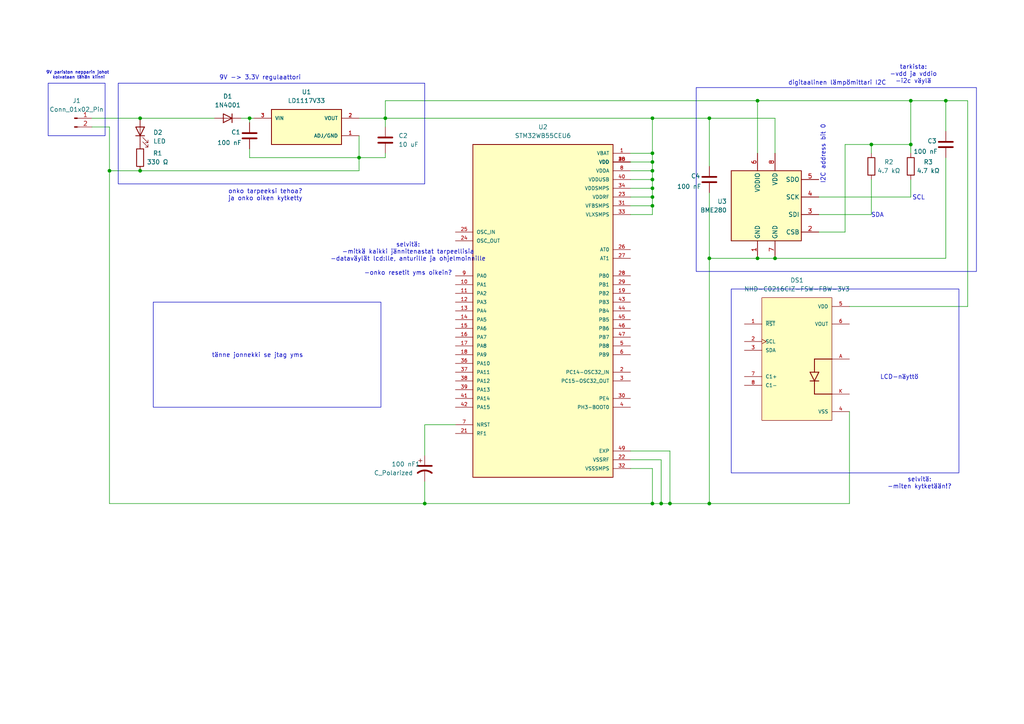
<source format=kicad_sch>
(kicad_sch (version 20231120) (generator "eeschema") (generator_version "8.0")
  (paper "A4")
  (lib_symbols
    (symbol "Connector:Conn_01x02_Pin" (pin_names (offset 1.016) hide)
      (property "Reference" "J" (at 0 2.54 0))
      (property "Value" "Conn_01x02_Pin" (at 0 -5.08 0))
      (symbol "Conn_01x02_Pin_1_1"
        (polyline (pts (xy 1.27 -2.54) (xy 0.8636 -2.54)) (stroke (width 0.1524)))
        (polyline (pts (xy 1.27 0) (xy 0.8636 0)) (stroke (width 0.1524)))
        (rectangle (start 0.8636 -2.413) (end 0 -2.667) (stroke (width 0.1524)) (fill (type outline)))
        (rectangle (start 0.8636 0.127) (end 0 -0.127) (stroke (width 0.1524)) (fill (type outline)))
        (pin passive line (at 5.08 0 180) (length 3.81) (name "Pin_1") (number "1"))
        (pin passive line (at 5.08 -2.54 180) (length 3.81) (name "Pin_2") (number "2"))
      )
    )
    (symbol "Device:C" (pin_numbers hide) (pin_names (offset 0.254))
      (property "Reference" "C" (at 0.635 2.54 0))
      (property "Value" "C" (at 0.635 -2.54 0))
      (symbol "C_0_1"
        (polyline (pts (xy -2.032 -0.762) (xy 2.032 -0.762)) (stroke (width 0.508)))
        (polyline (pts (xy -2.032 0.762) (xy 2.032 0.762)) (stroke (width 0.508)))
      )
      (symbol "C_1_1"
        (pin passive line (at 0 3.81 270) (length 2.794) (name "~") (number "1"))
        (pin passive line (at 0 -3.81 90) (length 2.794) (name "~") (number "2"))
      )
    )
    (symbol "Device:C_Polarized_US" (pin_numbers hide) (pin_names (offset 0.254) hide)
      (property "Reference" "C" (at 0.635 2.54 0))
      (property "Value" "C_Polarized_US" (at 0.635 -2.54 0))
      (symbol "C_Polarized_US_0_1"
        (polyline (pts (xy -2.032 0.762) (xy 2.032 0.762)) (stroke (width 0.508)))
        (polyline (pts (xy -1.778 2.286) (xy -0.762 2.286)))
        (polyline (pts (xy -1.27 1.778) (xy -1.27 2.794)))
        (arc (start 2.032 -1.27) (mid 0 -0.5572) (end -2.032 -1.27) (stroke (width 0.508)))
      )
      (symbol "C_Polarized_US_1_1"
        (pin passive line (at 0 3.81 270) (length 2.794) (name "~") (number "1"))
        (pin passive line (at 0 -3.81 90) (length 3.302) (name "~") (number "2"))
      )
    )
    (symbol "Device:LED" (pin_numbers hide) (pin_names (offset 1.016) hide)
      (property "Reference" "D" (at 0 2.54 0))
      (property "Value" "LED" (at 0 -2.54 0))
      (symbol "LED_0_1"
        (polyline (pts (xy -1.27 -1.27) (xy -1.27 1.27)) (stroke (width 0.254)))
        (polyline (pts (xy -1.27 0) (xy 1.27 0)))
        (polyline (pts (xy 1.27 -1.27) (xy 1.27 1.27) (xy -1.27 0) (xy 1.27 -1.27)) (stroke (width 0.254)))
        (polyline (pts (xy -3.048 -0.762) (xy -4.572 -2.286) (xy -3.81 -2.286) (xy -4.572 -2.286) (xy -4.572 -1.524)))
        (polyline (pts (xy -1.778 -0.762) (xy -3.302 -2.286) (xy -2.54 -2.286) (xy -3.302 -2.286) (xy -3.302 -1.524)))
      )
      (symbol "LED_1_1"
        (pin passive line (at -3.81 0 0) (length 2.54) (name "K") (number "1"))
        (pin passive line (at 3.81 0 180) (length 2.54) (name "A") (number "2"))
      )
    )
    (symbol "Device:R" (pin_numbers hide) (pin_names (offset 0))
      (property "Reference" "R" (at 2.032 0 90))
      (property "Value" "R" (at 0 0 90))
      (symbol "R_0_1"
        (rectangle (start -1.016 -2.54) (end 1.016 2.54) (stroke (width 0.254)))
      )
      (symbol "R_1_1"
        (pin passive line (at 0 3.81 270) (length 1.27) (name "~") (number "1"))
        (pin passive line (at 0 -3.81 90) (length 1.27) (name "~") (number "2"))
      )
    )
    (symbol "Diode:1N4001" (pin_numbers hide) (pin_names hide)
      (property "Reference" "D" (at 0 2.54 0))
      (property "Value" "1N4001" (at 0 -2.54 0))
      (symbol "1N4001_0_1"
        (polyline (pts (xy -1.27 1.27) (xy -1.27 -1.27)) (stroke (width 0.254)))
        (polyline (pts (xy 1.27 0) (xy -1.27 0)))
        (polyline (pts (xy 1.27 1.27) (xy 1.27 -1.27) (xy -1.27 0) (xy 1.27 1.27)) (stroke (width 0.254)))
      )
      (symbol "1N4001_1_1"
        (pin passive line (at -3.81 0 0) (length 2.54) (name "K") (number "1"))
        (pin passive line (at 3.81 0 180) (length 2.54) (name "A") (number "2"))
      )
    )
    (symbol "LD1117V33:LD1117V33" (pin_names (offset 1.016))
      (property "Reference" "U" (at -10.16 5.842 0))
      (property "Value" "LD1117V33" (at -10.16 -7.62 0))
      (symbol "LD1117V33_0_0"
        (rectangle (start -10.16 -5.08) (end 10.16 5.08) (stroke (width 0.254)) (fill (type background)))
        (pin passive line (at 15.24 -2.54 180) (length 5.08) (name "ADJ/GND") (number "1"))
        (pin output line (at 15.24 2.54 180) (length 5.08) (name "VOUT") (number "2"))
        (pin input line (at -15.24 2.54 0) (length 5.08) (name "VIN") (number "3"))
      )
    )
    (symbol "NHD-C0216CIZ-FSW-FBW-3V3:NHD-C0216CIZ-FSW-FBW-3V3" (pin_names (offset 1.016))
      (property "Reference" "DS" (at -10.16 18.542 0))
      (property "Value" "NHD-C0216CIZ-FSW-FBW-3V3" (at -10.16 -20.32 0))
      (symbol "NHD-C0216CIZ-FSW-FBW-3V3_0_0"
        (rectangle (start -10.16 -17.78) (end 10.16 17.78) (stroke (width 0.1524)) (fill (type background)))
        (polyline (pts (xy 3.81 -6.35) (xy 5.08 -6.35)) (stroke (width 0.254)))
        (polyline (pts (xy 3.81 -3.81) (xy 5.08 -3.81)) (stroke (width 0.254)))
        (polyline (pts (xy 5.08 -10.16) (xy 10.16 -10.16)) (stroke (width 0.254)))
        (polyline (pts (xy 5.08 -6.35) (xy 3.81 -3.81)) (stroke (width 0.254)))
        (polyline (pts (xy 5.08 -6.35) (xy 5.08 -10.16)) (stroke (width 0.254)))
        (polyline (pts (xy 5.08 -6.35) (xy 6.35 -6.35)) (stroke (width 0.254)))
        (polyline (pts (xy 5.08 -3.81) (xy 6.35 -3.81)) (stroke (width 0.254)))
        (polyline (pts (xy 5.08 0) (xy 5.08 -3.81)) (stroke (width 0.254)))
        (polyline (pts (xy 6.35 -3.81) (xy 5.08 -6.35)) (stroke (width 0.254)))
        (polyline (pts (xy 10.16 0) (xy 5.08 0)) (stroke (width 0.254)))
        (pin input line (at -15.24 10.16 0) (length 5.08) (name "~{RST}") (number "1"))
        (pin input clock (at -15.24 5.08 0) (length 5.08) (name "SCL") (number "2"))
        (pin bidirectional line (at -15.24 2.54 0) (length 5.08) (name "SDA") (number "3"))
        (pin power_in line (at 15.24 -15.24 180) (length 5.08) (name "VSS") (number "4"))
        (pin power_in line (at 15.24 15.24 180) (length 5.08) (name "VDD") (number "5"))
        (pin output line (at 15.24 10.16 180) (length 5.08) (name "VOUT") (number "6"))
        (pin passive line (at -15.24 -5.08 0) (length 5.08) (name "C1+") (number "7"))
        (pin passive line (at -15.24 -7.62 0) (length 5.08) (name "C1-") (number "8"))
        (pin passive line (at 15.24 0 180) (length 5.08) (name "~") (number "A"))
        (pin passive line (at 15.24 -10.16 180) (length 5.08) (name "~") (number "K"))
      )
    )
    (symbol "STM32WB55CEU6:STM32WB55CEU6" (pin_names (offset 1.016))
      (property "Reference" "U" (at -20.32 49.53 0))
      (property "Value" "STM32WB55CEU6" (at -20.32 -49.53 0))
      (symbol "STM32WB55CEU6_0_0"
        (rectangle (start -20.32 -48.26) (end 20.32 48.26) (stroke (width 0.254)) (fill (type background)))
        (pin power_in line (at 25.4 45.72 180) (length 5.08) (name "VBAT") (number "1"))
        (pin bidirectional line (at -25.4 7.62 0) (length 5.08) (name "PA1") (number "10"))
        (pin bidirectional line (at -25.4 5.08 0) (length 5.08) (name "PA2") (number "11"))
        (pin bidirectional line (at -25.4 2.54 0) (length 5.08) (name "PA3") (number "12"))
        (pin bidirectional line (at -25.4 0 0) (length 5.08) (name "PA4") (number "13"))
        (pin bidirectional line (at -25.4 -2.54 0) (length 5.08) (name "PA5") (number "14"))
        (pin bidirectional line (at -25.4 -5.08 0) (length 5.08) (name "PA6") (number "15"))
        (pin bidirectional line (at -25.4 -7.62 0) (length 5.08) (name "PA7") (number "16"))
        (pin bidirectional line (at -25.4 -10.16 0) (length 5.08) (name "PA8") (number "17"))
        (pin bidirectional line (at -25.4 -12.7 0) (length 5.08) (name "PA9") (number "18"))
        (pin bidirectional line (at 25.4 5.08 180) (length 5.08) (name "PB2") (number "19"))
        (pin bidirectional line (at 25.4 -17.78 180) (length 5.08) (name "PC14-OSC32_IN") (number "2"))
        (pin power_in line (at 25.4 43.18 180) (length 5.08) (name "VDD") (number "20"))
        (pin bidirectional line (at -25.4 -35.56 0) (length 5.08) (name "RF1") (number "21"))
        (pin power_in line (at 25.4 -43.18 180) (length 5.08) (name "VSSRF") (number "22"))
        (pin power_in line (at 25.4 33.02 180) (length 5.08) (name "VDDRF") (number "23"))
        (pin output line (at -25.4 20.32 0) (length 5.08) (name "OSC_OUT") (number "24"))
        (pin input line (at -25.4 22.86 0) (length 5.08) (name "OSC_IN") (number "25"))
        (pin output line (at 25.4 17.78 180) (length 5.08) (name "AT0") (number "26"))
        (pin output line (at 25.4 15.24 180) (length 5.08) (name "AT1") (number "27"))
        (pin bidirectional line (at 25.4 10.16 180) (length 5.08) (name "PB0") (number "28"))
        (pin bidirectional line (at 25.4 7.62 180) (length 5.08) (name "PB1") (number "29"))
        (pin bidirectional line (at 25.4 -20.32 180) (length 5.08) (name "PC15-OSC32_OUT") (number "3"))
        (pin bidirectional line (at 25.4 -25.4 180) (length 5.08) (name "PE4") (number "30"))
        (pin power_in line (at 25.4 30.48 180) (length 5.08) (name "VFBSMPS") (number "31"))
        (pin power_in line (at 25.4 -45.72 180) (length 5.08) (name "VSSSMPS") (number "32"))
        (pin power_in line (at 25.4 27.94 180) (length 5.08) (name "VLXSMPS") (number "33"))
        (pin power_in line (at 25.4 35.56 180) (length 5.08) (name "VDDSMPS") (number "34"))
        (pin power_in line (at 25.4 43.18 180) (length 5.08) (name "VDD") (number "35"))
        (pin bidirectional line (at -25.4 -15.24 0) (length 5.08) (name "PA10") (number "36"))
        (pin bidirectional line (at -25.4 -17.78 0) (length 5.08) (name "PA11") (number "37"))
        (pin bidirectional line (at -25.4 -20.32 0) (length 5.08) (name "PA12") (number "38"))
        (pin bidirectional line (at -25.4 -22.86 0) (length 5.08) (name "PA13") (number "39"))
        (pin bidirectional line (at 25.4 -27.94 180) (length 5.08) (name "PH3-BOOT0") (number "4"))
        (pin power_in line (at 25.4 38.1 180) (length 5.08) (name "VDDUSB") (number "40"))
        (pin bidirectional line (at -25.4 -25.4 0) (length 5.08) (name "PA14") (number "41"))
        (pin bidirectional line (at -25.4 -27.94 0) (length 5.08) (name "PA15") (number "42"))
        (pin bidirectional line (at 25.4 2.54 180) (length 5.08) (name "PB3") (number "43"))
        (pin bidirectional line (at 25.4 0 180) (length 5.08) (name "PB4") (number "44"))
        (pin bidirectional line (at 25.4 -2.54 180) (length 5.08) (name "PB5") (number "45"))
        (pin bidirectional line (at 25.4 -5.08 180) (length 5.08) (name "PB6") (number "46"))
        (pin bidirectional line (at 25.4 -7.62 180) (length 5.08) (name "PB7") (number "47"))
        (pin power_in line (at 25.4 43.18 180) (length 5.08) (name "VDD") (number "48"))
        (pin power_in line (at 25.4 -40.64 180) (length 5.08) (name "EXP") (number "49"))
        (pin bidirectional line (at 25.4 -10.16 180) (length 5.08) (name "PB8") (number "5"))
        (pin bidirectional line (at 25.4 -12.7 180) (length 5.08) (name "PB9") (number "6"))
        (pin bidirectional line (at -25.4 -33.02 0) (length 5.08) (name "NRST") (number "7"))
        (pin power_in line (at 25.4 40.64 180) (length 5.08) (name "VDDA") (number "8"))
        (pin bidirectional line (at -25.4 10.16 0) (length 5.08) (name "PA0") (number "9"))
      )
    )
    (symbol "Sensor:BME280"
      (property "Reference" "U" (at -8.89 11.43 0))
      (property "Value" "BME280" (at 7.62 11.43 0))
      (symbol "BME280_0_1"
        (rectangle (start -10.16 10.16) (end 10.16 -10.16) (stroke (width 0.254)) (fill (type background)))
      )
      (symbol "BME280_1_1"
        (pin power_in line (at -2.54 -15.24 90) (length 5.08) (name "GND") (number "1"))
        (pin input line (at 15.24 -7.62 180) (length 5.08) (name "CSB") (number "2"))
        (pin bidirectional line (at 15.24 -2.54 180) (length 5.08) (name "SDI") (number "3"))
        (pin input line (at 15.24 2.54 180) (length 5.08) (name "SCK") (number "4"))
        (pin bidirectional line (at 15.24 7.62 180) (length 5.08) (name "SDO") (number "5"))
        (pin power_in line (at -2.54 15.24 270) (length 5.08) (name "VDDIO") (number "6"))
        (pin power_in line (at 2.54 -15.24 90) (length 5.08) (name "GND") (number "7"))
        (pin power_in line (at 2.54 15.24 270) (length 5.08) (name "VDD") (number "8"))
      )
    )
  )
  (junction (at 264.16 41.91))
  (junction (at 189.23 46.99))
  (junction (at 72.39 34.29))
  (junction (at 219.71 29.21))
  (junction (at 31.75 49.53))
  (junction (at 123.19 146.05))
  (junction (at 189.23 59.69))
  (junction (at 189.23 57.15))
  (junction (at 40.64 49.53))
  (junction (at 189.23 54.61))
  (junction (at 189.23 34.29))
  (junction (at 189.23 49.53))
  (junction (at 189.23 52.07))
  (junction (at 189.23 44.45))
  (junction (at 104.14 45.72))
  (junction (at 219.71 74.93))
  (junction (at 40.64 34.29))
  (junction (at 205.74 146.05))
  (junction (at 189.23 146.05))
  (junction (at 274.32 29.21))
  (junction (at 191.77 146.05))
  (junction (at 194.31 146.05))
  (junction (at 252.73 41.91))
  (junction (at 205.74 34.29))
  (junction (at 264.16 29.21))
  (junction (at 111.76 34.29))
  (junction (at 224.79 74.93))
  (junction (at 205.74 74.93))
  (wire (pts (xy 104.14 45.72) (xy 111.76 45.72)))
  (wire (pts (xy 72.39 34.29) (xy 72.39 35.56)))
  (wire (pts (xy 189.23 146.05) (xy 191.77 146.05)))
  (wire (pts (xy 182.88 59.69) (xy 189.23 59.69)))
  (wire (pts (xy 237.49 62.23) (xy 252.73 62.23)))
  (wire (pts (xy 189.23 34.29) (xy 205.74 34.29)))
  (wire (pts (xy 123.19 123.19) (xy 123.19 132.08)))
  (wire (pts (xy 182.88 46.99) (xy 189.23 46.99)))
  (wire (pts (xy 69.85 34.29) (xy 72.39 34.29)))
  (wire (pts (xy 189.23 135.89) (xy 189.23 146.05)))
  (wire (pts (xy 237.49 67.31) (xy 245.11 67.31)))
  (wire (pts (xy 252.73 41.91) (xy 252.73 44.45)))
  (wire (pts (xy 264.16 29.21) (xy 274.32 29.21)))
  (wire (pts (xy 182.88 135.89) (xy 189.23 135.89)))
  (wire (pts (xy 123.19 146.05) (xy 189.23 146.05)))
  (wire (pts (xy 111.76 36.83) (xy 111.76 34.29)))
  (wire (pts (xy 182.88 133.35) (xy 191.77 133.35)))
  (wire (pts (xy 191.77 146.05) (xy 194.31 146.05)))
  (wire (pts (xy 189.23 34.29) (xy 189.23 44.45)))
  (wire (pts (xy 111.76 34.29) (xy 189.23 34.29)))
  (wire (pts (xy 189.23 62.23) (xy 182.88 62.23)))
  (wire (pts (xy 264.16 52.07) (xy 264.16 57.15)))
  (wire (pts (xy 189.23 57.15) (xy 189.23 59.69)))
  (wire (pts (xy 224.79 34.29) (xy 224.79 44.45)))
  (wire (pts (xy 104.14 45.72) (xy 104.14 49.53)))
  (wire (pts (xy 26.67 34.29) (xy 40.64 34.29)))
  (wire (pts (xy 237.49 57.15) (xy 264.16 57.15)))
  (wire (pts (xy 189.23 52.07) (xy 189.23 54.61)))
  (wire (pts (xy 72.39 34.29) (xy 73.66 34.29)))
  (wire (pts (xy 182.88 54.61) (xy 189.23 54.61)))
  (wire (pts (xy 26.67 36.83) (xy 31.75 36.83)))
  (wire (pts (xy 31.75 49.53) (xy 40.64 49.53)))
  (wire (pts (xy 245.11 41.91) (xy 245.11 67.31)))
  (wire (pts (xy 246.38 88.9) (xy 280.67 88.9)))
  (wire (pts (xy 205.74 34.29) (xy 205.74 48.26)))
  (wire (pts (xy 194.31 130.81) (xy 194.31 146.05)))
  (wire (pts (xy 182.88 52.07) (xy 189.23 52.07)))
  (wire (pts (xy 219.71 29.21) (xy 264.16 29.21)))
  (wire (pts (xy 111.76 29.21) (xy 219.71 29.21)))
  (wire (pts (xy 31.75 36.83) (xy 31.75 49.53)))
  (wire (pts (xy 189.23 59.69) (xy 189.23 62.23)))
  (wire (pts (xy 246.38 119.38) (xy 246.38 146.05)))
  (wire (pts (xy 191.77 133.35) (xy 191.77 146.05)))
  (wire (pts (xy 189.23 44.45) (xy 189.23 46.99)))
  (wire (pts (xy 40.64 49.53) (xy 104.14 49.53)))
  (wire (pts (xy 189.23 49.53) (xy 189.23 52.07)))
  (wire (pts (xy 72.39 45.72) (xy 104.14 45.72)))
  (wire (pts (xy 205.74 74.93) (xy 219.71 74.93)))
  (wire (pts (xy 274.32 45.72) (xy 274.32 74.93)))
  (wire (pts (xy 111.76 45.72) (xy 111.76 44.45)))
  (wire (pts (xy 123.19 139.7) (xy 123.19 146.05)))
  (wire (pts (xy 111.76 34.29) (xy 111.76 29.21)))
  (wire (pts (xy 104.14 34.29) (xy 111.76 34.29)))
  (wire (pts (xy 252.73 62.23) (xy 252.73 52.07)))
  (wire (pts (xy 40.64 34.29) (xy 62.23 34.29)))
  (wire (pts (xy 182.88 44.45) (xy 189.23 44.45)))
  (wire (pts (xy 245.11 41.91) (xy 252.73 41.91)))
  (wire (pts (xy 205.74 146.05) (xy 194.31 146.05)))
  (wire (pts (xy 274.32 29.21) (xy 274.32 38.1)))
  (wire (pts (xy 132.08 123.19) (xy 123.19 123.19)))
  (wire (pts (xy 274.32 29.21) (xy 280.67 29.21)))
  (wire (pts (xy 264.16 41.91) (xy 252.73 41.91)))
  (wire (pts (xy 280.67 88.9) (xy 280.67 29.21)))
  (wire (pts (xy 246.38 146.05) (xy 205.74 146.05)))
  (wire (pts (xy 182.88 130.81) (xy 194.31 130.81)))
  (wire (pts (xy 205.74 74.93) (xy 205.74 146.05)))
  (wire (pts (xy 264.16 29.21) (xy 264.16 41.91)))
  (wire (pts (xy 274.32 74.93) (xy 224.79 74.93)))
  (wire (pts (xy 72.39 43.18) (xy 72.39 45.72)))
  (wire (pts (xy 182.88 57.15) (xy 189.23 57.15)))
  (wire (pts (xy 104.14 39.37) (xy 104.14 45.72)))
  (wire (pts (xy 219.71 29.21) (xy 219.71 44.45)))
  (wire (pts (xy 189.23 46.99) (xy 189.23 49.53)))
  (wire (pts (xy 182.88 49.53) (xy 189.23 49.53)))
  (wire (pts (xy 264.16 41.91) (xy 264.16 44.45)))
  (wire (pts (xy 219.71 74.93) (xy 224.79 74.93)))
  (wire (pts (xy 31.75 146.05) (xy 31.75 49.53)))
  (wire (pts (xy 205.74 34.29) (xy 224.79 34.29)))
  (wire (pts (xy 31.75 146.05) (xy 123.19 146.05)))
  (wire (pts (xy 189.23 54.61) (xy 189.23 57.15)))
  (wire (pts (xy 205.74 55.88) (xy 205.74 74.93)))
  (rectangle (start 44.45 87.63) (end 110.49 118.11))
  (rectangle (start 34.29 24.13) (end 123.19 53.34))
  (rectangle (start 13.97 24.13) (end 30.48 39.37))
  (rectangle (start 201.93 25.4) (end 283.21 78.74))
  (rectangle (start 212.09 83.82) (end 278.13 137.16))
  (text "SDA\n" (at 254.508 62.484 0) (effects (font (size 1.27 1.27))))
  (text "tarkista:\n-vdd ja vddio\n-i2c väylä\n" (at 264.922 21.59 0) (effects (font (size 1.27 1.27))))
  (text "selvitä:\n-mitkä kaikki jännitenastat tarpeellisia\n-dataväylät lcd:lle, anturille ja ohjelmoinnille\n\n-onko resetit yms oikein?" (at 118.364 75.184 0) (effects (font (size 1.27 1.27))))
  (text "onko tarpeeksi tehoa?\nja onko oiken kytketty\n" (at 76.962 56.642 0) (effects (font (size 1.27 1.27))))
  (text "selvitä:\n-miten kytketään!?" (at 266.7 140.208 0) (effects (font (size 1.27 1.27))))
  (text "I2C address bit 0\n" (at 238.76 44.704 90) (effects (font (size 1.27 1.27))))
  (text "9V pariston nepparin johot \nkolvataan tähän kiinni" (at 22.86 21.844 0) (effects (font (size 0.889 0.889))))
  (text "SCL\n" (at 266.446 57.404 0) (effects (font (size 1.27 1.27))))
  (text "tänne jonnekki se jtag yms" (at 74.676 103.124 0) (effects (font (size 1.27 1.27))))
  (text "LCD-näyttö\n" (at 260.858 109.474 0) (effects (font (size 1.27 1.27))))
  (text "digitaalinen lämpömittari I2C\n" (at 242.824 24.13 0) (effects (font (size 1.27 1.27))))
  (text "9V -> 3.3V regulaattori\n" (at 75.438 22.606 0) (effects (font (size 1.27 1.27))))
  (symbol (lib_id "NHD-C0216CIZ-FSW-FBW-3V3:NHD-C0216CIZ-FSW-FBW-3V3") (at 231.14 104.14 0) (unit 1)
    (property "Reference" "DS1" (at 231.1654 81.28 0))
    (property "Value" "NHD-C0216CIZ-FSW-FBW-3V3" (at 231.1654 83.82 0))
    (property "Footprint" "lcd:LCD_NHD-C0216CIZ-FSW-FBW-3V3" (effects (hide yes)))
    (property "MF" "Newhaven" (effects (hide yes)))
    (property "DESCRIPTION" "Character Display FSTN Transflective 16Char x 2Line 8-Pin" (effects (hide yes)))
    (property "PACKAGE" "None" (effects (hide yes)))
    (property "PRICE" "None" (effects (hide yes)))
    (property "Package" "None" (effects (hide yes)))
    (property "Check_prices" "https://www.snapeda.com/parts/NHD-C0216CIZ-FSW-FBW-3V3/Newhaven+Display+Intl/view-part/?ref=eda" (effects (hide yes)))
    (property "STANDARD" "Manufacturer Recommendations" (effects (hide yes)))
    (property "PARTREV" "6/4/19" (effects (hide yes)))
    (property "SnapEDA_Link" "https://www.snapeda.com/parts/NHD-C0216CIZ-FSW-FBW-3V3/Newhaven+Display+Intl/view-part/?ref=snap" (effects (hide yes)))
    (property "MP" "NHD-C0216CIZ-FSW-FBW-3V3" (effects (hide yes)))
    (property "Price" "None" (effects (hide yes)))
    (property "Description_1" "\nCharacter Display Modules LCD COG NHD Series 2x16 FSTN (+) Transflective I2C | Newhaven Display International NHD-C0216CIZ-FSW-FBW-3V3\n" (effects (hide yes)))
    (property "Availability" "In Stock" (effects (hide yes)))
    (property "AVAILABILITY" "Unavailable" (effects (hide yes)))
    (property "MAXIMUM_PACKAGE_HEIGHT" "5.6mm" (effects (hide yes)))
  )
  (symbol (lib_id "Connector:Conn_01x02_Pin") (at 21.59 34.29 0) (unit 1)
    (property "Reference" "J1" (at 22.225 29.21 0))
    (property "Value" "Conn_01x02_Pin" (at 22.225 31.75 0))
    (property "Footprint" "Connector_Wire:SolderWire-0.1sqmm_1x02_P3.6mm_D0.4mm_OD1mm" (effects (hide yes)))
    (property "Description" "Generic connector, single row, 01x02, script generated" (effects (hide yes)))
  )
  (symbol (lib_id "Device:C") (at 205.74 52.07 0) (unit 1)
    (property "Reference" "C4" (at 200.406 51.054 0) (effects (justify left)))
    (property "Value" "100 nF" (at 196.342 54.102 0) (effects (justify left)))
    (property "Footprint" "Capacitor_SMD:C_Elec_3x5.4" (effects (hide yes)))
    (property "Description" "Unpolarized capacitor" (effects (hide yes)))
  )
  (symbol (lib_id "STM32WB55CEU6:STM32WB55CEU6") (at 157.48 90.17 0) (unit 1)
    (property "Reference" "U2" (at 157.48 36.83 0))
    (property "Value" "STM32WB55CEU6" (at 157.48 39.37 0))
    (property "Footprint" "stm32:QFN50P700X700X60-49N" (effects (hide yes)))
    (property "MF" "STMicroelectronics" (effects (hide yes)))
    (property "RS_Components_1923631_Purchase_URL" "https://www.snapeda.com/api/url_track_click/https%253A//uk.rs-online.com/web/p/system-on-chips/1923631//%253Futm_campaign%253Dbuynow%2526utm_medium%253Daggregator%2526utm_source%253Dsnapeda%2526cm_mmc%253Daff-_-uk-_-snapeda-_-1923631/?unipart_id=3594644&manufacturer=STMicroelectronics&part_name=STM32WB55CEU6&search_term=stm32wb55ceu6" (effects (hide yes)))
    (property "MAXIMUM_PACKAGE_HEIGHT" "0.6 mm" (effects (hide yes)))
    (property "Package" "UFQFN-48 STMicroelectronics" (effects (hide yes)))
    (property "RS_Components_1923955_Purchase_URL" "https://www.snapeda.com/api/url_track_click/https%253A//uk.rs-online.com/web/p/system-on-chips/1923955//%253Futm_campaign%253Dbuynow%2526utm_medium%253Daggregator%2526utm_source%253Dsnapeda%2526cm_mmc%253Daff-_-uk-_-snapeda-_-1923955/?unipart_id=3594644&manufacturer=STMicroelectronics&part_name=STM32WB55CEU6&search_term=stm32wb55ceu6" (effects (hide yes)))
    (property "Check_prices" "https://www.snapeda.com/parts/STM32WB55CEU6/STMicroelectronics/view-part/?ref=eda" (effects (hide yes)))
    (property "STANDARD" "IPC 7351B" (effects (hide yes)))
    (property "PARTREV" "5" (effects (hide yes)))
    (property "SnapEDA_Link" "https://www.snapeda.com/parts/STM32WB55CEU6/STMicroelectronics/view-part/?ref=snap" (effects (hide yes)))
    (property "RS_Components_1923955P_Purchase_URL" "https://www.snapeda.com/api/url_track_click/https%253A//uk.rs-online.com/web/p/system-on-chips/1923955p//%253Futm_campaign%253Dbuynow%2526utm_medium%253Daggregator%2526utm_source%253Dsnapeda%2526cm_mmc%253Daff-_-uk-_-snapeda-_-1923955P/?unipart_id=3594644&manufacturer=STMicroelectronics&part_name=STM32WB55CEU6&search_term=stm32wb55ceu6" (effects (hide yes)))
    (property "MP" "STM32WB55CEU6" (effects (hide yes)))
    (property "Description_1" "\nIC RF TxRx + MCU 802.15.4, Bluetooth Bluetooth v5.3, Thread, Zigbee® 2.405GHz ~ 2.48GHz 48-UFQFN Exposed Pad\n" (effects (hide yes)))
    (property "MANUFACTURER" "STMicroelectronics" (effects (hide yes)))
  )
  (symbol (lib_id "Device:C") (at 72.39 39.37 0) (unit 1)
    (property "Reference" "C1" (at 67.056 38.354 0) (effects (justify left)))
    (property "Value" "100 nF" (at 62.992 41.402 0) (effects (justify left)))
    (property "Footprint" "Capacitor_SMD:C_Elec_3x5.4" (effects (hide yes)))
    (property "Description" "Unpolarized capacitor" (effects (hide yes)))
  )
  (symbol (lib_id "LD1117V33:LD1117V33") (at 88.9 36.83 0) (unit 1)
    (property "Reference" "U1" (at 88.9 26.67 0))
    (property "Value" "LD1117V33" (at 88.9 29.21 0))
    (property "Footprint" "rekulaattori:TO255P1020X450X1968-3" (effects (hide yes)))
    (property "MF" "STMicroelectronics" (effects (hide yes)))
    (property "MAXIMUM_PACKAGE_HEIGHT" "19.68mm" (effects (hide yes)))
    (property "Package" "TO-220-3 STMicroelectronics" (effects (hide yes)))
    (property "Price" "None" (effects (hide yes)))
    (property "Check_prices" "https://www.snapeda.com/parts/LD1117V33/STMicroelectronics/view-part/?ref=eda" (effects (hide yes)))
    (property "STANDARD" "IPC-7351B" (effects (hide yes)))
    (property "PARTREV" "37" (effects (hide yes)))
    (property "SnapEDA_Link" "https://www.snapeda.com/parts/LD1117V33/STMicroelectronics/view-part/?ref=snap" (effects (hide yes)))
    (property "MP" "LD1117V33" (effects (hide yes)))
    (property "Description_1" "\nLinear Voltage Regulator IC Positive Fixed 1 Output 800mA TO-220AB\n" (effects (hide yes)))
    (property "Availability" "In Stock" (effects (hide yes)))
    (property "MANUFACTURER" "ST Microelectronics" (effects (hide yes)))
  )
  (symbol (lib_id "Device:R") (at 252.73 48.26 0) (unit 1)
    (property "Reference" "R2" (at 257.81 46.99 0))
    (property "Value" "4.7 kΩ" (at 257.81 49.53 0))
    (property "Footprint" "Resistor_THT:R_Axial_DIN0204_L3.6mm_D1.6mm_P5.08mm_Horizontal" (effects (hide yes)))
    (property "Description" "Resistor" (effects (hide yes)))
  )
  (symbol (lib_id "Device:R") (at 40.64 45.72 0) (unit 1)
    (property "Reference" "R1" (at 45.72 44.45 0))
    (property "Value" "330 Ω" (at 45.72 46.99 0))
    (property "Footprint" "Resistor_THT:R_Axial_DIN0204_L3.6mm_D1.6mm_P5.08mm_Horizontal" (effects (hide yes)))
    (property "Description" "Resistor" (effects (hide yes)))
  )
  (symbol (lib_id "Sensor:BME280") (at 222.25 59.69 0) (unit 1)
    (property "Reference" "U3" (at 210.82 58.4199 0) (effects (justify right)))
    (property "Value" "BME280" (at 210.82 60.9599 0) (effects (justify right)))
    (property "Footprint" "Package_LGA:Bosch_LGA-8_2.5x2.5mm_P0.65mm_ClockwisePinNumbering" (effects (hide yes)))
    (property "Datasheet" "https://www.bosch-sensortec.com/media/boschsensortec/downloads/datasheets/bst-bme280-ds002.pdf" (effects (hide yes)))
    (property "Description" "3-in-1 sensor, humidity, pressure, temperature, I2C and SPI interface, 1.71-3.6V, LGA-8" (effects (hide yes)))
  )
  (symbol (lib_id "Device:C") (at 111.76 40.64 0) (unit 1)
    (property "Reference" "C2" (at 115.57 39.3699 0) (effects (justify left)))
    (property "Value" "10 uF" (at 115.57 41.9099 0) (effects (justify left)))
    (property "Footprint" "Capacitor_SMD:C_Elec_3x5.4" (effects (hide yes)))
    (property "Description" "Unpolarized capacitor" (effects (hide yes)))
  )
  (symbol (lib_id "Device:C_Polarized_US") (at 123.19 135.89 0) (unit 1)
    (property "Reference" "100 nF1" (at 113.538 134.62 0) (effects (justify left)))
    (property "Value" "C_Polarized" (at 108.458 137.16 0) (effects (justify left)))
    (property "Footprint" "Capacitor_SMD:CP_Elec_3x5.3" (effects (hide yes)))
    (property "Description" "Polarized capacitor, US symbol" (effects (hide yes)))
  )
  (symbol (lib_id "Device:LED") (at 40.64 38.1 90) (unit 1)
    (property "Reference" "D2" (at 44.45 38.4174 90) (effects (justify right)))
    (property "Value" "LED" (at 44.45 40.9574 90) (effects (justify right)))
    (property "Footprint" "LED_THT:LED_D5.0mm_Clear" (effects (hide yes)))
    (property "Description" "Light emitting diode" (effects (hide yes)))
  )
  (symbol (lib_id "Device:C") (at 274.32 41.91 0) (unit 1)
    (property "Reference" "C3" (at 268.986 40.894 0) (effects (justify left)))
    (property "Value" "100 nF" (at 264.922 43.942 0) (effects (justify left)))
    (property "Footprint" "Capacitor_SMD:C_Elec_3x5.4" (effects (hide yes)))
    (property "Description" "Unpolarized capacitor" (effects (hide yes)))
  )
  (symbol (lib_id "Device:R") (at 264.16 48.26 0) (unit 1)
    (property "Reference" "R3" (at 269.24 46.99 0))
    (property "Value" "4.7 kΩ" (at 269.24 49.53 0))
    (property "Footprint" "Resistor_THT:R_Axial_DIN0204_L3.6mm_D1.6mm_P5.08mm_Horizontal" (effects (hide yes)))
    (property "Description" "Resistor" (effects (hide yes)))
  )
  (symbol (lib_id "Diode:1N4001") (at 66.04 34.29 180) (unit 1)
    (property "Reference" "D1" (at 66.04 27.94 0))
    (property "Value" "1N4001" (at 66.04 30.48 0))
    (property "Footprint" "Diode_THT:D_DO-41_SOD81_P10.16mm_Horizontal" (effects (hide yes)))
    (property "Datasheet" "http://www.vishay.com/docs/88503/1n4001.pdf" (effects (hide yes)))
    (property "Description" "50V 1A General Purpose Rectifier Diode, DO-41" (effects (hide yes)))
    (property "Sim.Device" "D" (effects (hide yes)))
    (property "Sim.Pins" "1=K 2=A" (effects (hide yes)))
  )
)
</source>
